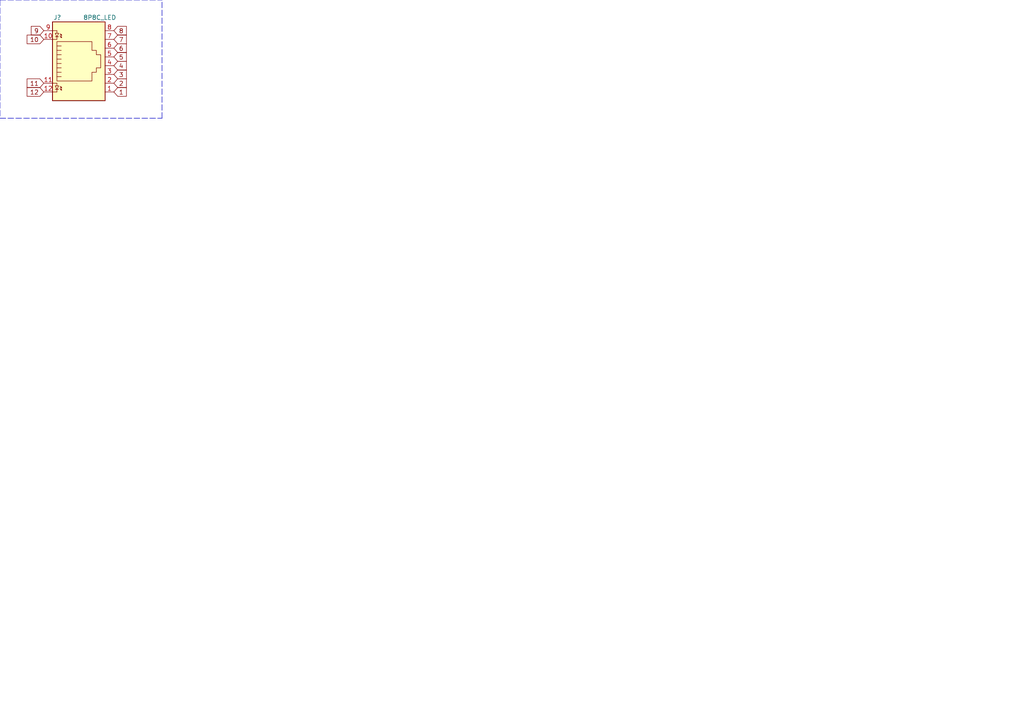
<source format=kicad_sch>
(kicad_sch (version 20201015) (generator eeschema)
  (paper "A4")
  (lib_symbols
    (symbol "ebaz4205:8P8C_LED" (pin_names (offset 1.016))
      (property "Reference" "J" (at -5.08 13.97 0))
      (property "Value" "8P8C_LED" (at 1.27 13.97 0))
      (symbol "8P8C_LED_0_1"
        (rectangle (start 7.62 12.7) (end -7.62 -10.16) (stroke (width 0.254)) (fill (type background)))
        (polyline (pts (xy -7.62 -7.62) (xy -6.35 -7.62)))
        (polyline (pts (xy -7.62 -5.08) (xy -6.35 -5.08)))
        (polyline (pts (xy -7.62 7.62) (xy -6.35 7.62)))
        (polyline (pts (xy -7.62 10.16) (xy -6.35 10.16)))
        (polyline (pts (xy -5.842 8.382) (xy -6.858 8.382)))
        (polyline (pts (xy -6.35 -7.62) (xy -6.35 -6.858)))
        (polyline (pts (xy -6.35 -5.08) (xy -6.35 -5.842)))
        (polyline (pts (xy -6.35 7.62) (xy -6.35 8.382)))
        (polyline (pts (xy -6.35 10.16) (xy -6.35 9.398)))
        (polyline (pts (xy -5.08 4.445) (xy -6.35 4.445)))
        (polyline (pts (xy -5.08 5.715) (xy -6.35 5.715)))
        (polyline (pts (xy -4.953 8.128) (xy -5.334 8.255)))
        (polyline (pts (xy -4.953 8.763) (xy -5.334 8.89)))
        (polyline (pts (xy -6.35 -3.175) (xy -5.08 -3.175) (xy -5.08 -3.175)))
        (polyline (pts (xy -6.35 -1.905) (xy -5.08 -1.905) (xy -5.08 -1.905)))
        (polyline (pts (xy -6.35 -0.635) (xy -5.08 -0.635) (xy -5.08 -0.635)))
        (polyline (pts (xy -6.35 0.635) (xy -5.08 0.635) (xy -5.08 0.635)))
        (polyline (pts (xy -6.35 1.905) (xy -5.08 1.905) (xy -5.08 1.905)))
        (polyline (pts (xy -5.461 8.636) (xy -4.953 8.128) (xy -5.08 8.509)))
        (polyline (pts (xy -5.461 9.271) (xy -4.953 8.763) (xy -5.08 9.144)))
        (polyline (pts (xy -5.08 3.175) (xy -6.35 3.175) (xy -6.35 3.175)))
        (polyline (pts (xy -6.35 8.382) (xy -5.842 9.398) (xy -6.858 9.398) (xy -6.35 8.382)))
        (polyline (pts (xy -6.35 -4.445) (xy -6.35 6.985) (xy 3.81 6.985) (xy 3.81 4.445) (xy 5.08 4.445) (xy 5.08 3.175) (xy 6.35 3.175) (xy 6.35 -0.635) (xy 5.08 -0.635) (xy 5.08 -1.905) (xy 3.81 -1.905) (xy 3.81 -4.445) (xy -6.35 -4.445) (xy -6.35 -4.445)))
        (polyline (pts (xy -5.842 -6.858) (xy -6.858 -6.858)))
        (polyline (pts (xy -4.953 -7.112) (xy -5.334 -6.985)))
        (polyline (pts (xy -4.953 -6.477) (xy -5.334 -6.35)))
        (polyline (pts (xy -5.461 -6.604) (xy -4.953 -7.112) (xy -5.08 -6.731)))
        (polyline (pts (xy -5.461 -5.969) (xy -4.953 -6.477) (xy -5.08 -6.096)))
        (polyline (pts (xy -6.35 -6.858) (xy -5.842 -5.842) (xy -6.858 -5.842) (xy -6.35 -6.858)))
      )
      (symbol "8P8C_LED_1_1"
        (pin passive line (at 10.16 -7.62 180) (length 2.54) (name "~") (number "1"))
        (pin passive line (at -10.16 7.62 0) (length 2.54) (name "~") (number "10"))
        (pin passive line (at -10.16 -5.08 0) (length 2.54) (name "~") (number "11"))
        (pin passive line (at -10.16 -7.62 0) (length 2.54) (name "~") (number "12"))
        (pin passive line (at 10.16 -5.08 180) (length 2.54) (name "~") (number "2"))
        (pin passive line (at 10.16 -2.54 180) (length 2.54) (name "~") (number "3"))
        (pin passive line (at 10.16 0 180) (length 2.54) (name "~") (number "4"))
        (pin passive line (at 10.16 2.54 180) (length 2.54) (name "~") (number "5"))
        (pin passive line (at 10.16 5.08 180) (length 2.54) (name "~") (number "6"))
        (pin passive line (at 10.16 7.62 180) (length 2.54) (name "~") (number "7"))
        (pin passive line (at 10.16 10.16 180) (length 2.54) (name "~") (number "8"))
        (pin passive line (at -10.16 10.16 0) (length 2.54) (name "~") (number "9"))
      )
    )
  )
  (polyline (pts (xy 0 0) (xy 0 34.29)) (stroke (width 0) (type dash)))
  (polyline (pts (xy 0 0) (xy 46.99 0)) (stroke (width 0) (type dash)))
  (polyline (pts (xy 0 34.29) (xy 46.99 34.29)) (stroke (width 0) (type dash)))
  (polyline (pts (xy 46.99 34.29) (xy 46.99 0)) (stroke (width 0) (type dash)))
  (text "D .*\nF .*\nV RJ45" (at 0 0 0) (effects (font (size 1.27 1.27)) (justify left bottom)))
  (global_label "9" (shape input) (at 12.7 8.89 180) (property "Intersheet References" "${INTERSHEET_REFS}" (effects hide)))
  (global_label "10" (shape input) (at 12.7 11.43 180) (property "Intersheet References" "${INTERSHEET_REFS}" (effects hide)))
  (global_label "11" (shape input) (at 12.7 24.13 180) (property "Intersheet References" "${INTERSHEET_REFS}" (effects hide)))
  (global_label "12" (shape input) (at 12.7 26.67 180) (property "Intersheet References" "${INTERSHEET_REFS}" (effects hide)))
  (global_label "8" (shape input) (at 33.02 8.89 0) (property "Intersheet References" "${INTERSHEET_REFS}" (effects hide)))
  (global_label "7" (shape input) (at 33.02 11.43 0) (property "Intersheet References" "${INTERSHEET_REFS}" (effects hide)))
  (global_label "6" (shape input) (at 33.02 13.97 0) (property "Intersheet References" "${INTERSHEET_REFS}" (effects hide)))
  (global_label "5" (shape input) (at 33.02 16.51 0) (property "Intersheet References" "${INTERSHEET_REFS}" (effects hide)))
  (global_label "4" (shape input) (at 33.02 19.05 0) (property "Intersheet References" "${INTERSHEET_REFS}" (effects hide)))
  (global_label "3" (shape input) (at 33.02 21.59 0) (property "Intersheet References" "${INTERSHEET_REFS}" (effects hide)))
  (global_label "2" (shape input) (at 33.02 24.13 0) (property "Intersheet References" "${INTERSHEET_REFS}" (effects hide)))
  (global_label "1" (shape input) (at 33.02 26.67 0) (property "Intersheet References" "${INTERSHEET_REFS}" (effects hide)))
  (symbol (lib_id "ebaz4205:8P8C_LED") (at 22.86 19.05 0) (unit 1)
    (property "Reference" "J?" (at 17.78 5.08 0) (effects (justify right)))
    (property "Value" "8P8C_LED" (at 24.13 5.08 0) (effects (justify left)))
  )
)
</source>
